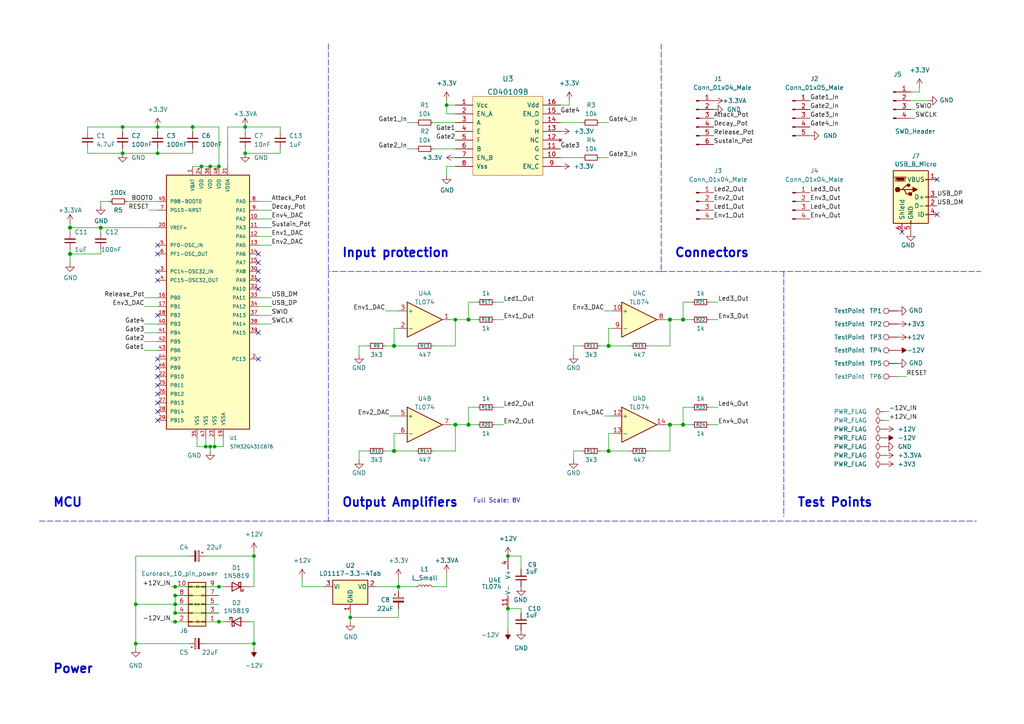
<source format=kicad_sch>
(kicad_sch (version 20211123) (generator eeschema)
  (paper "A4")
  (title_block (title "QuadEnv") (date "2023-03-09") (rev "1.0") (company "Mountjoy Modular"))
  (junction (at 20.32 66.04) (diameter 1.016))
  (junction (at 147.32 161.29))
  (junction (at 135.89 123.19) (diameter 1.016))
  (junction (at 35.56 36.83))
  (junction (at 55.88 36.83))
  (junction (at 71.12 44.45))
  (junction (at 135.89 92.71) (diameter 1.016))
  (junction (at 62.23 129.54))
  (junction (at 50.8 177.8))
  (junction (at 63.5 170.18))
  (junction (at 58.42 48.26))
  (junction (at 115.57 170.18))
  (junction (at 50.8 180.34))
  (junction (at 50.8 170.18))
  (junction (at 59.69 129.54))
  (junction (at 29.21 66.04) (diameter 1.016))
  (junction (at 39.37 186.69))
  (junction (at 132.08 92.71) (diameter 0.9144))
  (junction (at 60.96 129.54))
  (junction (at 45.72 44.45))
  (junction (at 60.96 48.26))
  (junction (at 50.8 175.26))
  (junction (at 35.56 44.45))
  (junction (at 73.66 161.29))
  (junction (at 71.12 36.83))
  (junction (at 39.37 175.26))
  (junction (at 50.8 172.72))
  (junction (at 176.53 130.81) (diameter 1.016))
  (junction (at 132.08 123.19) (diameter 1.016))
  (junction (at 194.31 123.19) (diameter 1.016))
  (junction (at 129.54 30.48))
  (junction (at 63.5 48.26))
  (junction (at 45.72 36.83))
  (junction (at 101.6 179.07))
  (junction (at 176.53 100.33) (diameter 1.016))
  (junction (at 20.32 73.66) (diameter 1.016))
  (junction (at 73.66 186.69))
  (junction (at 147.32 176.53))
  (junction (at 194.31 92.71) (diameter 1.016))
  (junction (at 114.3 100.33) (diameter 1.016))
  (junction (at 198.12 92.71) (diameter 1.016))
  (junction (at 63.5 180.34))
  (junction (at 114.3 130.81) (diameter 1.016))
  (junction (at 198.12 123.19) (diameter 1.016))
  (no_connect (at 45.72 73.66))
  (no_connect (at 45.72 91.44))
  (no_connect (at 45.72 81.28))
  (no_connect (at 74.93 104.14))
  (no_connect (at 74.93 81.28))
  (no_connect (at 45.72 104.14))
  (no_connect (at 45.72 109.22))
  (no_connect (at 74.93 78.74))
  (no_connect (at 45.72 114.3))
  (no_connect (at 74.93 73.66))
  (no_connect (at 45.72 71.12))
  (no_connect (at 45.72 116.84))
  (no_connect (at 45.72 106.68))
  (no_connect (at 271.78 52.07))
  (no_connect (at 45.72 111.76))
  (no_connect (at 271.78 62.23))
  (no_connect (at 74.93 76.2))
  (no_connect (at 45.72 119.38))
  (no_connect (at 74.93 83.82))
  (no_connect (at 74.93 96.52))
  (no_connect (at 45.72 78.74))
  (no_connect (at 261.62 67.31))
  (no_connect (at 45.72 121.92))
  (wire (pts (xy 198.12 118.11) (xy 198.12 123.19)))
  (wire (pts (xy 20.32 64.77) (xy 20.32 66.04)))
  (wire (pts (xy 165.1 30.48) (xy 162.56 30.48)))
  (wire (pts (xy 187.96 100.33) (xy 194.31 100.33)))
  (wire (pts (xy 74.93 63.5) (xy 78.74 63.5)))
  (wire (pts (xy 74.93 58.42) (xy 78.74 58.42)))
  (wire (pts (xy 177.8 90.17) (xy 175.26 90.17)))
  (wire (pts (xy 168.91 45.72) (xy 162.56 45.72)))
  (wire (pts (xy 29.21 58.42) (xy 31.75 58.42)))
  (wire (pts (xy 198.12 118.11) (xy 200.66 118.11)))
  (wire (pts (xy 198.12 123.19) (xy 200.66 123.19)))
  (wire (pts (xy 20.32 73.66) (xy 20.32 76.2)))
  (wire (pts (xy 143.51 118.11) (xy 146.05 118.11)))
  (wire (pts (xy 60.96 48.26) (xy 63.5 48.26)))
  (wire (pts (xy 25.4 36.83) (xy 35.56 36.83)))
  (wire (pts (xy 60.96 129.54) (xy 60.96 130.81)))
  (wire (pts (xy 125.73 35.56) (xy 132.08 35.56)))
  (wire (pts (xy 260.35 109.22) (xy 262.89 109.22)))
  (wire (pts (xy 118.11 43.18) (xy 120.65 43.18)))
  (wire (pts (xy 168.91 35.56) (xy 162.56 35.56)))
  (wire (pts (xy 193.04 92.71) (xy 194.31 92.71)))
  (wire (pts (xy 114.3 95.25) (xy 115.57 95.25)))
  (wire (pts (xy 205.74 118.11) (xy 208.28 118.11)))
  (wire (pts (xy 36.83 58.42) (xy 45.72 58.42)))
  (wire (pts (xy 63.5 48.26) (xy 63.5 36.83)))
  (wire (pts (xy 130.81 123.19) (xy 132.08 123.19)))
  (wire (pts (xy 35.56 36.83) (xy 35.56 38.1)))
  (wire (pts (xy 135.89 87.63) (xy 138.43 87.63)))
  (wire (pts (xy 57.15 127) (xy 57.15 129.54)))
  (wire (pts (xy 74.93 91.44) (xy 78.74 91.44)))
  (wire (pts (xy 132.08 33.02) (xy 129.54 33.02)))
  (polyline (pts (xy 95.25 151.13) (xy 283.21 151.13)))
  (wire (pts (xy 74.93 68.58) (xy 78.74 68.58)))
  (wire (pts (xy 39.37 187.96) (xy 39.37 186.69)))
  (wire (pts (xy 104.14 100.33) (xy 104.14 102.87)))
  (wire (pts (xy 55.88 43.18) (xy 55.88 44.45)))
  (wire (pts (xy 173.99 100.33) (xy 176.53 100.33)))
  (wire (pts (xy 25.4 43.18) (xy 25.4 44.45)))
  (wire (pts (xy 104.14 130.81) (xy 104.14 133.35)))
  (wire (pts (xy 135.89 118.11) (xy 135.89 123.19)))
  (wire (pts (xy 115.57 176.53) (xy 115.57 179.07)))
  (wire (pts (xy 63.5 172.72) (xy 50.8 172.72)))
  (wire (pts (xy 132.08 92.71) (xy 135.89 92.71)))
  (wire (pts (xy 71.12 43.18) (xy 71.12 44.45)))
  (wire (pts (xy 25.4 38.1) (xy 25.4 36.83)))
  (wire (pts (xy 173.99 130.81) (xy 176.53 130.81)))
  (wire (pts (xy 73.66 180.34) (xy 73.66 186.69)))
  (wire (pts (xy 129.54 50.8) (xy 129.54 48.26)))
  (wire (pts (xy 72.39 180.34) (xy 73.66 180.34)))
  (wire (pts (xy 50.8 175.26) (xy 50.8 177.8)))
  (wire (pts (xy 135.89 87.63) (xy 135.89 92.71)))
  (wire (pts (xy 166.37 130.81) (xy 166.37 133.35)))
  (wire (pts (xy 81.28 43.18) (xy 81.28 44.45)))
  (wire (pts (xy 87.63 167.64) (xy 87.63 170.18)))
  (wire (pts (xy 20.32 72.39) (xy 20.32 73.66)))
  (wire (pts (xy 71.12 38.1) (xy 71.12 36.83)))
  (wire (pts (xy 81.28 38.1) (xy 81.28 36.83)))
  (wire (pts (xy 205.74 123.19) (xy 208.28 123.19)))
  (wire (pts (xy 129.54 29.21) (xy 129.54 30.48)))
  (wire (pts (xy 63.5 177.8) (xy 50.8 177.8)))
  (wire (pts (xy 135.89 123.19) (xy 138.43 123.19)))
  (wire (pts (xy 176.53 130.81) (xy 176.53 125.73)))
  (wire (pts (xy 73.66 160.02) (xy 73.66 161.29)))
  (wire (pts (xy 39.37 175.26) (xy 39.37 186.69)))
  (wire (pts (xy 264.16 29.21) (xy 269.24 29.21)))
  (wire (pts (xy 193.04 123.19) (xy 194.31 123.19)))
  (wire (pts (xy 114.3 130.81) (xy 120.65 130.81)))
  (wire (pts (xy 151.13 176.53) (xy 147.32 176.53)))
  (wire (pts (xy 35.56 44.45) (xy 45.72 44.45)))
  (wire (pts (xy 205.74 92.71) (xy 208.28 92.71)))
  (wire (pts (xy 45.72 36.83) (xy 45.72 38.1)))
  (wire (pts (xy 129.54 30.48) (xy 132.08 30.48)))
  (wire (pts (xy 101.6 179.07) (xy 101.6 180.34)))
  (wire (pts (xy 176.53 125.73) (xy 177.8 125.73)))
  (wire (pts (xy 39.37 175.26) (xy 50.8 175.26)))
  (wire (pts (xy 176.53 35.56) (xy 173.99 35.56)))
  (wire (pts (xy 114.3 100.33) (xy 114.3 95.25)))
  (wire (pts (xy 147.32 176.53) (xy 147.32 182.88)))
  (wire (pts (xy 41.91 93.98) (xy 45.72 93.98)))
  (wire (pts (xy 73.66 170.18) (xy 73.66 161.29)))
  (wire (pts (xy 176.53 100.33) (xy 182.88 100.33)))
  (wire (pts (xy 194.31 123.19) (xy 198.12 123.19)))
  (wire (pts (xy 29.21 66.04) (xy 29.21 67.31)))
  (wire (pts (xy 29.21 59.69) (xy 29.21 58.42)))
  (wire (pts (xy 129.54 33.02) (xy 129.54 30.48)))
  (wire (pts (xy 74.93 86.36) (xy 78.74 86.36)))
  (wire (pts (xy 264.16 31.75) (xy 265.43 31.75)))
  (wire (pts (xy 20.32 66.04) (xy 29.21 66.04)))
  (wire (pts (xy 45.72 44.45) (xy 55.88 44.45)))
  (wire (pts (xy 45.72 43.18) (xy 45.72 44.45)))
  (wire (pts (xy 151.13 161.29) (xy 151.13 165.1)))
  (wire (pts (xy 118.11 35.56) (xy 120.65 35.56)))
  (wire (pts (xy 74.93 71.12) (xy 78.74 71.12)))
  (wire (pts (xy 58.42 48.26) (xy 60.96 48.26)))
  (wire (pts (xy 132.08 130.81) (xy 132.08 123.19)))
  (wire (pts (xy 74.93 60.96) (xy 78.74 60.96)))
  (wire (pts (xy 114.3 130.81) (xy 114.3 125.73)))
  (wire (pts (xy 41.91 86.36) (xy 45.72 86.36)))
  (wire (pts (xy 264.16 26.67) (xy 266.7 26.67)))
  (wire (pts (xy 35.56 43.18) (xy 35.56 44.45)))
  (wire (pts (xy 143.51 92.71) (xy 146.05 92.71)))
  (wire (pts (xy 104.14 100.33) (xy 106.68 100.33)))
  (wire (pts (xy 111.76 100.33) (xy 114.3 100.33)))
  (wire (pts (xy 41.91 99.06) (xy 45.72 99.06)))
  (wire (pts (xy 265.43 34.29) (xy 264.16 34.29)))
  (wire (pts (xy 62.23 129.54) (xy 64.77 129.54)))
  (wire (pts (xy 132.08 100.33) (xy 132.08 92.71)))
  (wire (pts (xy 66.04 48.26) (xy 66.04 36.83)))
  (wire (pts (xy 29.21 66.04) (xy 45.72 66.04)))
  (wire (pts (xy 130.81 92.71) (xy 132.08 92.71)))
  (polyline (pts (xy 11.43 151.13) (xy 95.25 151.13)))
  (wire (pts (xy 109.22 170.18) (xy 115.57 170.18)))
  (wire (pts (xy 198.12 87.63) (xy 200.66 87.63)))
  (wire (pts (xy 66.04 36.83) (xy 71.12 36.83)))
  (wire (pts (xy 25.4 44.45) (xy 35.56 44.45)))
  (wire (pts (xy 45.72 88.9) (xy 41.91 88.9)))
  (wire (pts (xy 41.91 96.52) (xy 45.72 96.52)))
  (wire (pts (xy 132.08 123.19) (xy 135.89 123.19)))
  (wire (pts (xy 63.5 180.34) (xy 64.77 180.34)))
  (wire (pts (xy 59.69 127) (xy 59.69 129.54)))
  (wire (pts (xy 143.51 123.19) (xy 146.05 123.19)))
  (wire (pts (xy 49.53 180.34) (xy 50.8 180.34)))
  (wire (pts (xy 198.12 87.63) (xy 198.12 92.71)))
  (wire (pts (xy 50.8 180.34) (xy 63.5 180.34)))
  (polyline (pts (xy 191.77 12.7) (xy 191.77 78.74)))
  (wire (pts (xy 50.8 170.18) (xy 63.5 170.18)))
  (wire (pts (xy 57.15 129.54) (xy 59.69 129.54)))
  (wire (pts (xy 55.88 36.83) (xy 63.5 36.83)))
  (wire (pts (xy 71.12 36.83) (xy 81.28 36.83)))
  (wire (pts (xy 177.8 120.65) (xy 175.26 120.65)))
  (wire (pts (xy 49.53 170.18) (xy 50.8 170.18)))
  (wire (pts (xy 194.31 100.33) (xy 194.31 92.71)))
  (wire (pts (xy 115.57 170.18) (xy 120.65 170.18)))
  (wire (pts (xy 111.76 130.81) (xy 114.3 130.81)))
  (wire (pts (xy 62.23 127) (xy 62.23 129.54)))
  (wire (pts (xy 176.53 95.25) (xy 177.8 95.25)))
  (wire (pts (xy 20.32 73.66) (xy 29.21 73.66)))
  (wire (pts (xy 39.37 161.29) (xy 39.37 175.26)))
  (wire (pts (xy 63.5 170.18) (xy 64.77 170.18)))
  (wire (pts (xy 59.69 186.69) (xy 73.66 186.69)))
  (wire (pts (xy 87.63 170.18) (xy 93.98 170.18)))
  (wire (pts (xy 39.37 161.29) (xy 54.61 161.29)))
  (wire (pts (xy 101.6 177.8) (xy 101.6 179.07)))
  (wire (pts (xy 111.76 90.17) (xy 115.57 90.17)))
  (wire (pts (xy 101.6 179.07) (xy 115.57 179.07)))
  (wire (pts (xy 115.57 120.65) (xy 113.03 120.65)))
  (wire (pts (xy 104.14 130.81) (xy 106.68 130.81)))
  (polyline (pts (xy 227.33 78.74) (xy 227.33 149.86)))
  (wire (pts (xy 125.73 130.81) (xy 132.08 130.81)))
  (wire (pts (xy 176.53 100.33) (xy 176.53 95.25)))
  (wire (pts (xy 135.89 92.71) (xy 138.43 92.71)))
  (polyline (pts (xy 191.77 78.74) (xy 95.25 78.74)))
  (wire (pts (xy 151.13 176.53) (xy 151.13 177.8)))
  (wire (pts (xy 50.8 175.26) (xy 63.5 175.26)))
  (wire (pts (xy 129.54 170.18) (xy 129.54 166.37)))
  (wire (pts (xy 125.73 170.18) (xy 129.54 170.18)))
  (wire (pts (xy 50.8 172.72) (xy 50.8 175.26)))
  (wire (pts (xy 115.57 171.45) (xy 115.57 170.18)))
  (wire (pts (xy 147.32 161.29) (xy 151.13 161.29)))
  (wire (pts (xy 198.12 92.71) (xy 200.66 92.71)))
  (wire (pts (xy 187.96 130.81) (xy 194.31 130.81)))
  (wire (pts (xy 194.31 92.71) (xy 198.12 92.71)))
  (wire (pts (xy 166.37 130.81) (xy 168.91 130.81)))
  (wire (pts (xy 165.1 29.21) (xy 165.1 30.48)))
  (polyline (pts (xy 95.25 12.7) (xy 95.25 151.13)))
  (wire (pts (xy 143.51 87.63) (xy 146.05 87.63)))
  (wire (pts (xy 166.37 100.33) (xy 166.37 102.87)))
  (wire (pts (xy 45.72 36.83) (xy 55.88 36.83)))
  (wire (pts (xy 176.53 45.72) (xy 173.99 45.72)))
  (wire (pts (xy 166.37 100.33) (xy 168.91 100.33)))
  (wire (pts (xy 266.7 26.67) (xy 266.7 25.4)))
  (wire (pts (xy 29.21 72.39) (xy 29.21 73.66)))
  (wire (pts (xy 41.91 101.6) (xy 45.72 101.6)))
  (wire (pts (xy 205.74 87.63) (xy 208.28 87.63)))
  (wire (pts (xy 55.88 48.26) (xy 58.42 48.26)))
  (wire (pts (xy 35.56 36.83) (xy 45.72 36.83)))
  (wire (pts (xy 64.77 127) (xy 64.77 129.54)))
  (wire (pts (xy 59.69 161.29) (xy 73.66 161.29)))
  (wire (pts (xy 176.53 130.81) (xy 182.88 130.81)))
  (wire (pts (xy 74.93 66.04) (xy 78.74 66.04)))
  (wire (pts (xy 257.81 121.92) (xy 256.54 121.92)))
  (wire (pts (xy 72.39 170.18) (xy 73.66 170.18)))
  (wire (pts (xy 194.31 130.81) (xy 194.31 123.19)))
  (wire (pts (xy 129.54 48.26) (xy 132.08 48.26)))
  (wire (pts (xy 60.96 129.54) (xy 62.23 129.54)))
  (wire (pts (xy 74.93 88.9) (xy 78.74 88.9)))
  (wire (pts (xy 71.12 44.45) (xy 81.28 44.45)))
  (wire (pts (xy 59.69 129.54) (xy 60.96 129.54)))
  (wire (pts (xy 257.81 119.38) (xy 256.54 119.38)))
  (wire (pts (xy 73.66 186.69) (xy 73.66 187.96)))
  (wire (pts (xy 114.3 125.73) (xy 115.57 125.73)))
  (wire (pts (xy 125.73 43.18) (xy 132.08 43.18)))
  (polyline (pts (xy 191.77 78.74) (xy 284.48 78.74)))
  (wire (pts (xy 114.3 100.33) (xy 120.65 100.33)))
  (wire (pts (xy 74.93 93.98) (xy 78.74 93.98)))
  (wire (pts (xy 39.37 186.69) (xy 54.61 186.69)))
  (wire (pts (xy 125.73 100.33) (xy 132.08 100.33)))
  (wire (pts (xy 20.32 67.31) (xy 20.32 66.04)))
  (wire (pts (xy 43.18 60.96) (xy 45.72 60.96)))
  (wire (pts (xy 55.88 36.83) (xy 55.88 38.1)))
  (wire (pts (xy 135.89 118.11) (xy 138.43 118.11)))
  (wire (pts (xy 115.57 167.64) (xy 115.57 170.18)))
  (text "Full Scale: 8V" (at 137.16 146.05 0) (effects (font (size 1.27 1.27)) (justify left bottom)))
  (text "Output Amplifiers" (at 99.06 147.32 0) (effects (font (size 2.54 2.54) (thickness 0.508) bold) (justify left bottom)))
  (text "MCU" (at 15.24 147.32 0) (effects (font (size 2.54 2.54) (thickness 0.508) bold) (justify left bottom)))
  (text "Power" (at 15.24 195.58 0) (effects (font (size 2.54 2.54) (thickness 0.508) bold) (justify left bottom)))
  (text "Test Points" (at 231.14 147.32 0) (effects (font (size 2.54 2.54) (thickness 0.508) bold) (justify left bottom)))
  (text "Connectors" (at 195.58 74.93 0) (effects (font (size 2.54 2.54) (thickness 0.508) bold) (justify left bottom)))
  (text "Input protection" (at 99.06 74.93 0) (effects (font (size 2.54 2.54) (thickness 0.508) bold) (justify left bottom)))
  (label "Gate2" (at 132.08 40.64 180))
  (label "Led2_Out" (at 207.01 55.88 0))
  (label "-12V_IN" (at 49.53 180.34 180))
  (label "SWCLK" (at 265.43 34.29 0))
  (label "Env3_Out" (at 208.28 92.71 0))
  (label "Env3_DAC" (at 175.26 90.17 180))
  (label "Env2_Out" (at 207.01 58.42 0))
  (label "Gate2_In" (at 118.11 43.18 180))
  (label "RESET" (at 262.89 109.22 0))
  (label "Led3_Out" (at 208.28 87.63 0))
  (label "Gate2_In" (at 234.95 31.75 0))
  (label "RESET" (at 43.18 60.96 180))
  (label "Attack_Pot" (at 78.74 58.42 0))
  (label "Env1_DAC" (at 111.76 90.17 180))
  (label "Decay_Pot" (at 78.74 60.96 0))
  (label "SWCLK" (at 78.74 93.98 0))
  (label "Decay_Pot" (at 207.01 36.83 0))
  (label "Led4_Out" (at 234.95 60.96 0))
  (label "Gate1_In" (at 234.95 29.21 0))
  (label "Env1_DAC" (at 78.74 68.58 0))
  (label "Env2_DAC" (at 113.03 120.65 180))
  (label "Led3_Out" (at 234.95 55.88 0))
  (label "USB_DP" (at 78.74 88.9 0))
  (label "Led2_Out" (at 146.05 118.11 0))
  (label "USB_DM" (at 78.74 86.36 0))
  (label "Gate1" (at 41.91 101.6 180))
  (label "Led1_Out" (at 146.05 87.63 0))
  (label "Attack_Pot" (at 207.01 34.29 0))
  (label "Release_Pot" (at 207.01 39.37 0))
  (label "-12V_IN" (at 257.81 119.38 0))
  (label "Env1_Out" (at 207.01 63.5 0))
  (label "Sustain_Pot" (at 78.74 66.04 0))
  (label "Env2_Out" (at 146.05 123.19 0))
  (label "Gate1_In" (at 118.11 35.56 180))
  (label "Gate3" (at 41.91 96.52 180))
  (label "USB_DM" (at 271.78 59.69 0))
  (label "Gate2" (at 41.91 99.06 180))
  (label "Release_Pot" (at 41.91 86.36 180))
  (label "Gate4_In" (at 234.95 36.83 0))
  (label "Gate3_In" (at 176.53 45.72 0))
  (label "SWIO" (at 78.74 91.44 0))
  (label "Led4_Out" (at 208.28 118.11 0))
  (label "Gate4_In" (at 176.53 35.56 0))
  (label "Env4_Out" (at 234.95 63.5 0))
  (label "USB_DP" (at 271.78 57.15 0))
  (label "Env3_DAC" (at 41.91 88.9 180))
  (label "Env1_Out" (at 146.05 92.71 0))
  (label "Gate4" (at 162.56 33.02 0))
  (label "Env4_Out" (at 208.28 123.19 0))
  (label "Led1_Out" (at 207.01 60.96 0))
  (label "SWIO" (at 265.43 31.75 0))
  (label "Gate3_In" (at 234.95 34.29 0))
  (label "BOOT0" (at 38.1 58.42 0))
  (label "Env2_DAC" (at 78.74 71.12 0))
  (label "+12V_IN" (at 257.81 121.92 0))
  (label "Env3_Out" (at 234.95 58.42 0))
  (label "Gate1" (at 132.08 38.1 180))
  (label "+12V_IN" (at 49.53 170.18 180))
  (label "Env4_DAC" (at 78.74 63.5 0))
  (label "Gate4" (at 41.91 93.98 180))
  (label "Gate3" (at 162.56 43.18 0))
  (label "Sustain_Pot" (at 207.01 41.91 0))
  (label "Env4_DAC" (at 175.26 120.65 180))
  (symbol (lib_id "Amplifier_Operational:TL074") (at 185.42 123.19 0) (unit 4)
    (property "Reference" "U4" (at 185.42 115.57 0))
    (property "Value" "TL074" (at 185.42 118.11 0))
    (property "Footprint" "Package_SO:SOIC-14_3.9x8.7mm_P1.27mm" (effects hide))
    (property "Datasheet" "http://www.ti.com/lit/ds/symlink/tl071.pdf" (effects hide))
  )
  (symbol (lib_id "Device:C_Small") (at 25.4 40.64 0) (unit 1)
    (property "Reference" "C1" (at 27.94 39.3762 0) (effects (justify left)))
    (property "Value" "4.7uF" (at 27.94 41.9162 0) (effects (justify left)))
    (property "Footprint" "Capacitor_SMD:C_0603_1608Metric" (effects hide))
  )
  (symbol (lib_id "Amplifier_Operational:TL074") (at 123.19 92.71 0) (unit 1)
    (property "Reference" "U4" (at 123.19 85.09 0))
    (property "Value" "TL074" (at 123.19 87.63 0))
    (property "Footprint" "Package_SO:SOIC-14_3.9x8.7mm_P1.27mm" (effects hide))
    (property "Datasheet" "http://www.ti.com/lit/ds/symlink/tl071.pdf" (effects hide))
  )
  (symbol (lib_id "power:GND") (at 71.12 44.45 0) (unit 1)
    (property "Reference" "#PWR014" (effects hide))
    (property "Value" "GND" (at 73.66 45.7199 0) (effects (justify left)))
  )
  (symbol (lib_id "Device:C_Small") (at 151.13 180.34 180) (unit 1)
    (property "Reference" "C10" (at 153.035 176.53 0) (effects (justify right)))
    (property "Value" "1uF" (at 152.4 178.435 0) (effects (justify right)))
    (property "Footprint" "Capacitor_SMD:C_0603_1608Metric" (effects hide))
  )
  (symbol (lib_id "Device:R_Small") (at 34.29 58.42 90) (unit 1)
    (property "Reference" "R5" (at 34.29 60.96 90))
    (property "Value" "100k" (at 34.29 55.88 90))
    (property "Footprint" "Resistor_SMD:R_0603_1608Metric" (effects hide))
    (property "Part_Number" "C25803" (effects hide))
  )
  (symbol (lib_id "Device:C_Small") (at 151.13 167.64 180) (unit 1)
    (property "Reference" "C9" (at 153.035 163.83 0) (effects (justify right)))
    (property "Value" "1uF" (at 152.4 165.735 0) (effects (justify right)))
    (property "Footprint" "Capacitor_SMD:C_0603_1608Metric" (effects hide))
  )
  (symbol (lib_id "Device:R_Small") (at 123.19 130.81 270) (mirror x) (unit 1)
    (property "Reference" "R14" (at 123.19 130.81 90) (effects (font (size 0.9 0.9))))
    (property "Value" "4k7" (at 123.19 133.35 90))
    (property "Footprint" "Resistor_SMD:R_0603_1608Metric" (effects hide))
    (property "Part_Number" "C23162" (effects hide))
  )
  (symbol (lib_id "Device:R_Small") (at 203.2 123.19 90) (unit 1)
    (property "Reference" "R24" (at 203.2 123.19 90) (effects (font (size 0.9 0.9))))
    (property "Value" "1k" (at 203.2 125.73 90))
    (property "Footprint" "Resistor_SMD:R_0603_1608Metric" (effects hide))
    (property "Part_Number" "C21190" (effects hide))
  )
  (symbol (lib_id "Device:C_Polarized_Small") (at 57.15 161.29 270) (unit 1)
    (property "Reference" "C4" (at 53.34 158.75 90))
    (property "Value" "22uF" (at 62.23 158.75 90))
    (property "Footprint" "Capacitor_SMD:CP_Elec_4x5.8" (effects hide))
    (property "Part_Number" "C134798" (effects hide))
    (property "Rotation" "360" (effects hide))
  )
  (symbol (lib_id "Device:C_Small") (at 71.12 40.64 0) (unit 1)
    (property "Reference" "C7" (at 73.66 39.3762 0) (effects (justify left)))
    (property "Value" "10nF" (at 73.66 41.9162 0) (effects (justify left)))
    (property "Footprint" "Capacitor_SMD:C_0603_1608Metric" (effects hide))
  )
  (symbol (lib_id "Device:C_Small") (at 35.56 40.64 0) (unit 1)
    (property "Reference" "C2" (at 38.1 39.3762 0) (effects (justify left)))
    (property "Value" "100nF" (at 38.1 41.9162 0) (effects (justify left)))
    (property "Footprint" "Capacitor_SMD:C_0603_1608Metric" (effects hide))
  )
  (symbol (lib_id "Device:C_Small") (at 20.32 69.85 180) (unit 1)
    (property "Reference" "C11" (at 21.59 67.3099 0) (effects (justify right)))
    (property "Value" "1uF" (at 21.59 72.3899 0) (effects (justify right)))
    (property "Footprint" "Capacitor_SMD:C_0603_1608Metric" (effects hide))
    (property "Part_Number" "C15849" (effects hide))
  )
  (symbol (lib_id "Connector:Conn_01x04_Male") (at 201.93 58.42 0) (unit 1)
    (property "Reference" "J3" (at 208.28 49.53 0))
    (property "Value" "Conn_01x04_Male" (at 208.28 52.07 0))
    (property "Footprint" "Connector_PinSocket_2.54mm:PinSocket_1x04_P2.54mm_Vertical" (effects hide))
  )
  (symbol (lib_id "Device:R_Small") (at 109.22 130.81 270) (unit 1)
    (property "Reference" "R10" (at 109.22 130.81 90) (effects (font (size 0.9 0.9))))
    (property "Value" "3k3" (at 109.22 133.35 90))
    (property "Footprint" "Resistor_SMD:R_0603_1608Metric" (effects hide))
    (property "Part_Number" "C22978" (effects hide))
  )
  (symbol (lib_id "power:+3.3VA") (at 20.32 64.77 0) (unit 1)
    (property "Reference" "#PWR023" (effects hide))
    (property "Value" "+3.3VA" (at 20.32 60.96 0))
  )
  (symbol (lib_id "power:GND") (at 151.13 170.18 0) (unit 1)
    (property "Reference" "#PWR031" (effects hide))
    (property "Value" "GND" (at 153.035 173.99 0) (effects (justify right)))
  )
  (symbol (lib_id "power:PWR_FLAG") (at 256.54 127 90) (mirror x) (unit 1)
    (property "Reference" "#FLG04" (effects hide))
    (property "Value" "PWR_FLAG" (at 251.46 126.9999 90) (effects (justify left)))
  )
  (symbol (lib_id "Device:R_Small") (at 123.19 35.56 90) (unit 1)
    (property "Reference" "R1" (at 123.19 30.48 90))
    (property "Value" "10k" (at 123.19 33.02 90))
    (property "Footprint" "Resistor_SMD:R_0603_1608Metric" (effects hide))
    (property "Part_Number" "C23162" (effects hide))
  )
  (symbol (lib_id "Connector:TestPoint") (at 260.35 109.22 90) (unit 1)
    (property "Reference" "TP6" (at 254 109.22 90))
    (property "Value" "TestPoint" (at 246.38 109.22 90))
    (property "Footprint" "Custom_Footprints:1mm_Test_Point" (effects hide))
  )
  (symbol (lib_id "Device:R_Small") (at 203.2 92.71 90) (unit 1)
    (property "Reference" "R22" (at 203.2 92.71 90) (effects (font (size 0.9 0.9))))
    (property "Value" "1k" (at 203.2 95.25 90))
    (property "Footprint" "Resistor_SMD:R_0603_1608Metric" (effects hide))
    (property "Part_Number" "C21190" (effects hide))
  )
  (symbol (lib_id "Device:R_Small") (at 171.45 45.72 90) (unit 1)
    (property "Reference" "R4" (at 171.45 40.64 90))
    (property "Value" "10k" (at 171.45 43.18 90))
    (property "Footprint" "Resistor_SMD:R_0603_1608Metric" (effects hide))
    (property "Part_Number" "C23162" (effects hide))
  )
  (symbol (lib_id "power:GND") (at 129.54 50.8 0) (unit 1)
    (property "Reference" "#PWR019" (effects hide))
    (property "Value" "GND" (at 129.667 55.1942 0))
  )
  (symbol (lib_id "Device:R_Small") (at 171.45 100.33 270) (unit 1)
    (property "Reference" "R11" (at 171.45 100.33 90) (effects (font (size 0.9 0.9))))
    (property "Value" "3k3" (at 171.45 102.87 90))
    (property "Footprint" "Resistor_SMD:R_0603_1608Metric" (effects hide))
    (property "Part_Number" "C22978" (effects hide))
  )
  (symbol (lib_id "Device:C_Polarized_Small") (at 115.57 173.99 0) (unit 1)
    (property "Reference" "C8" (at 111.76 173.99 0))
    (property "Value" "22uF" (at 111.76 176.53 0))
    (property "Footprint" "Capacitor_SMD:CP_Elec_4x5.8" (effects hide))
    (property "Part_Number" "C134793" (effects hide))
    (property "Rotation" "180" (effects hide))
  )
  (symbol (lib_id "power:+12V") (at 256.54 124.46 270) (unit 1)
    (property "Reference" "#PWR041" (effects hide))
    (property "Value" "+12V" (at 260.35 124.4599 90) (effects (justify left)))
  )
  (symbol (lib_id "STM32:STM32G431C6T6") (at 60.96 83.82 0) (unit 1)
    (property "Reference" "U1" (at 66.6497 127 0) (effects (font (size 1.016 1.016)) (justify left)))
    (property "Value" "STM32G431C6T6" (at 66.6497 129.54 0) (effects (font (size 1.016 1.016)) (justify left)))
    (property "Footprint" "Package_QFP:LQFP-48_7x7mm_P0.5mm" (effects hide))
    (property "MANUFACTURER" "STMicroelectronics" (effects hide))
    (property "MAXIMUM_PACKAGE_HEIGHT" "0.60mm" (effects hide))
    (property "PARTREV" "4" (effects hide))
    (property "STANDARD" "IPC 7351B" (effects hide))
  )
  (symbol (lib_id "power:+3.3VA") (at 71.12 36.83 0) (unit 1)
    (property "Reference" "#PWR0101" (effects hide))
    (property "Value" "+3.3VA" (at 71.12 33.02 0))
  )
  (symbol (lib_id "power:GND") (at 104.14 133.35 0) (mirror y) (unit 1)
    (property "Reference" "#PWR038" (effects hide))
    (property "Value" "GND" (at 104.14 137.16 0))
  )
  (symbol (lib_id "Device:R_Small") (at 171.45 35.56 90) (unit 1)
    (property "Reference" "R3" (at 171.45 30.48 90))
    (property "Value" "10k" (at 171.45 33.02 90))
    (property "Footprint" "Resistor_SMD:R_0603_1608Metric" (effects hide))
    (property "Part_Number" "C23162" (effects hide))
  )
  (symbol (lib_name "+3.3V_1") (lib_id "power:+3.3V") (at 165.1 29.21 0) (unit 1)
    (property "Reference" "#PWR0109" (effects hide))
    (property "Value" "+3.3V" (at 165.1 24.13 0))
  )
  (symbol (lib_id "Device:R_Small") (at 203.2 118.11 90) (unit 1)
    (property "Reference" "R23" (at 203.2 118.11 90) (effects (font (size 0.9 0.9))))
    (property "Value" "1k" (at 203.2 115.57 90))
    (property "Footprint" "Resistor_SMD:R_0603_1608Metric" (effects hide))
    (property "Part_Number" "C21190" (effects hide))
  )
  (symbol (lib_name "+3.3V_1") (lib_id "power:+3.3V") (at 266.7 25.4 0) (unit 1)
    (property "Reference" "#PWR0104" (effects hide))
    (property "Value" "+3.3V" (at 266.7 20.32 0))
  )
  (symbol (lib_id "Device:R_Small") (at 140.97 118.11 90) (unit 1)
    (property "Reference" "R19" (at 140.97 118.11 90) (effects (font (size 0.9 0.9))))
    (property "Value" "1k" (at 140.97 115.57 90))
    (property "Footprint" "Resistor_SMD:R_0603_1608Metric" (effects hide))
    (property "Part_Number" "C21190" (effects hide))
  )
  (symbol (lib_id "Device:C_Small") (at 45.72 40.64 0) (unit 1)
    (property "Reference" "C3" (at 48.26 39.3762 0) (effects (justify left)))
    (property "Value" "100nF" (at 48.26 41.9162 0) (effects (justify left)))
    (property "Footprint" "Capacitor_SMD:C_0603_1608Metric" (effects hide))
  )
  (symbol (lib_id "Amplifier_Operational:TL074") (at 149.86 168.91 0) (unit 5)
    (property "Reference" "U4" (at 141.605 168.275 0) (effects (justify left)))
    (property "Value" "TL074" (at 139.7 170.18 0) (effects (justify left)))
    (property "Footprint" "Package_SO:SOIC-14_3.9x8.7mm_P1.27mm" (effects hide))
    (property "Datasheet" "http://www.ti.com/lit/ds/symlink/tl071.pdf" (effects hide))
  )
  (symbol (lib_id "power:-12V") (at 256.54 127 270) (mirror x) (unit 1)
    (property "Reference" "#PWR042" (effects hide))
    (property "Value" "-12V" (at 260.35 126.9999 90) (effects (justify left)))
  )
  (symbol (lib_name "+3.3V_1") (lib_id "power:+3.3V") (at 129.54 29.21 0) (unit 1)
    (property "Reference" "#PWR0107" (effects hide))
    (property "Value" "+3.3V" (at 129.54 24.13 0))
  )
  (symbol (lib_id "power:GND") (at 260.35 90.17 90) (unit 1)
    (property "Reference" "#PWR01" (effects hide))
    (property "Value" "GND" (at 263.6012 90.043 90) (effects (justify right)))
  )
  (symbol (lib_id "Connector:TestPoint") (at 260.35 93.98 90) (unit 1)
    (property "Reference" "TP2" (at 254 93.98 90))
    (property "Value" "TestPoint" (at 246.38 93.98 90))
    (property "Footprint" "Custom_Footprints:1mm_Test_Point" (effects hide))
  )
  (symbol (lib_id "power:GND") (at 101.6 180.34 0) (unit 1)
    (property "Reference" "#PWR016" (effects hide))
    (property "Value" "GND" (at 101.727 184.7342 0))
  )
  (symbol (lib_id "power:GND") (at 60.96 130.81 0) (unit 1)
    (property "Reference" "#PWR010" (effects hide))
    (property "Value" "GND" (at 58.42 132.0799 0) (effects (justify right)))
  )
  (symbol (lib_id "power:+12V") (at 260.35 97.79 270) (unit 1)
    (property "Reference" "#PWR013" (effects hide))
    (property "Value" "+12V" (at 262.89 97.79 90) (effects (justify left)))
  )
  (symbol (lib_id "power:-12V") (at 260.35 101.6 270) (unit 1)
    (property "Reference" "#PWR018" (effects hide))
    (property "Value" "-12V" (at 262.89 101.6 90) (effects (justify left)))
  )
  (symbol (lib_id "Device:C_Small") (at 29.21 69.85 180) (unit 1)
    (property "Reference" "C12" (at 30.48 67.3099 0) (effects (justify right)))
    (property "Value" "100nF" (at 29.21 72.3899 0) (effects (justify right)))
    (property "Footprint" "Capacitor_SMD:C_0603_1608Metric" (effects hide))
    (property "Part_Number" "C14663" (effects hide))
  )
  (symbol (lib_id "power:+12V") (at 147.32 161.29 0) (unit 1)
    (property "Reference" "#PWR029" (effects hide))
    (property "Value" "+12V" (at 147.32 156.21 0))
  )
  (symbol (lib_id "power:GND") (at 104.14 102.87 0) (unit 1)
    (property "Reference" "#PWR037" (effects hide))
    (property "Value" "GND" (at 104.14 106.68 0))
  )
  (symbol (lib_id "Device:L_Small") (at 123.19 170.18 90) (unit 1)
    (property "Reference" "L1" (at 123.19 165.1 90))
    (property "Value" "L_Small" (at 123.19 167.64 90))
    (property "Footprint" "Inductor_SMD:L_0805_2012Metric_Pad1.05x1.20mm_HandSolder" (effects hide))
    (property "Part_Number" "C1046" (effects hide))
  )
  (symbol (lib_id "power:+12V") (at 87.63 167.64 0) (unit 1)
    (property "Reference" "#PWR015" (effects hide))
    (property "Value" "+12V" (at 87.63 162.56 0))
  )
  (symbol (lib_id "Device:C_Polarized_Small") (at 57.15 186.69 90) (unit 1)
    (property "Reference" "C5" (at 53.34 189.23 90))
    (property "Value" "22uF" (at 60.96 189.23 90))
    (property "Footprint" "Capacitor_SMD:CP_Elec_4x5.8" (effects hide))
    (property "Part_Number" "C134793" (effects hide))
    (property "Rotation" "270" (effects hide))
  )
  (symbol (lib_id "Connector:Conn_01x06_Male") (at 201.93 34.29 0) (unit 1)
    (property "Reference" "J1" (at 208.28 22.86 0))
    (property "Value" "Conn_01x04_Male" (at 209.55 25.4 0))
    (property "Footprint" "Connector_PinSocket_2.54mm:PinSocket_1x06_P2.54mm_Vertical" (effects hide))
  )
  (symbol (lib_id "Device:R_Small") (at 140.97 123.19 90) (unit 1)
    (property "Reference" "R20" (at 140.97 123.19 90) (effects (font (size 0.9 0.9))))
    (property "Value" "1k" (at 140.97 125.73 90))
    (property "Footprint" "Resistor_SMD:R_0603_1608Metric" (effects hide))
    (property "Part_Number" "C21190" (effects hide))
  )
  (symbol (lib_id "Connector:USB_B_Micro") (at 264.16 57.15 0) (unit 1)
    (property "Reference" "J7" (at 265.6078 45.2882 0))
    (property "Value" "USB_B_Micro" (at 265.6078 47.5996 0))
    (property "Footprint" "Custom_Footprints:USB_Micro-B_Amphenol" (effects hide))
  )
  (symbol (lib_id "LD1117-3.3-4Tab:LD1117-3.3-4Tab") (at 101.6 170.18 0) (unit 1)
    (property "Reference" "U2" (at 101.6 164.0332 0))
    (property "Value" "LD1117-3.3-4Tab" (at 101.6 166.3446 0))
    (property "Footprint" "Package_TO_SOT_SMD:SOT-223-3_TabPin2" (effects hide))
    (property "Datasheet" "http://www.diodes.com/datasheets/AP1117.pdf" (effects hide))
  )
  (symbol (lib_id "power:GND") (at 207.01 31.75 90) (mirror x) (unit 1)
    (property "Reference" "#PWR02" (effects hide))
    (property "Value" "GND" (at 210.82 31.75 90) (effects (justify right)))
  )
  (symbol (lib_id "power:GND") (at 269.24 29.21 90) (unit 1)
    (property "Reference" "#PWR06" (effects hide))
    (property "Value" "GND" (at 272.4912 29.083 90) (effects (justify right)))
  )
  (symbol (lib_id "power:+3.3VA") (at 129.54 166.37 0) (unit 1)
    (property "Reference" "#PWR0103" (effects hide))
    (property "Value" "+3.3VA" (at 129.54 162.56 0))
  )
  (symbol (lib_id "Diode:1N5819") (at 68.58 170.18 180) (unit 1)
    (property "Reference" "D1" (at 68.58 164.6936 0))
    (property "Value" "1N5819" (at 68.58 167.005 0))
    (property "Footprint" "Diode_SMD:D_SOD-123" (effects hide))
    (property "Datasheet" "https://datasheet.lcsc.com/szlcsc/Changjiang-Electronics-Tech-CJ-B5819W_C8598.pdf" (effects hide))
    (property "Part_Number" "C8598" (effects hide))
  )
  (symbol (lib_id "power:GND") (at 151.13 182.88 0) (unit 1)
    (property "Reference" "#PWR032" (effects hide))
    (property "Value" "GND" (at 151.13 187.96 0))
  )
  (symbol (lib_id "Device:R_Small") (at 171.45 130.81 270) (unit 1)
    (property "Reference" "R12" (at 171.45 130.81 90) (effects (font (size 0.9 0.9))))
    (property "Value" "3k3" (at 171.45 133.35 90))
    (property "Footprint" "Resistor_SMD:R_0603_1608Metric" (effects hide))
    (property "Part_Number" "C22978" (effects hide))
  )
  (symbol (lib_id "power:GND") (at 166.37 133.35 0) (mirror y) (unit 1)
    (property "Reference" "#PWR040" (effects hide))
    (property "Value" "GND" (at 166.37 137.16 0))
  )
  (symbol (lib_id "power:-12V") (at 73.66 187.96 180) (unit 1)
    (property "Reference" "#PWR012" (effects hide))
    (property "Value" "-12V" (at 73.66 193.04 0))
  )
  (symbol (lib_id "power:+3.3VA") (at 256.54 132.08 270) (mirror x) (unit 1)
    (property "Reference" "#PWR0112" (effects hide))
    (property "Value" "+3.3VA" (at 260.35 132.0799 90) (effects (justify left)))
  )
  (symbol (lib_id "Device:R_Small") (at 185.42 130.81 270) (mirror x) (unit 1)
    (property "Reference" "R16" (at 185.42 130.81 90) (effects (font (size 0.9 0.9))))
    (property "Value" "4k7" (at 185.42 133.35 90))
    (property "Footprint" "Resistor_SMD:R_0603_1608Metric" (effects hide))
    (property "Part_Number" "C23162" (effects hide))
  )
  (symbol (lib_id "power:PWR_FLAG") (at 256.54 132.08 90) (mirror x) (unit 1)
    (property "Reference" "#FLG0101" (effects hide))
    (property "Value" "PWR_FLAG" (at 251.46 132.0799 90) (effects (justify left)))
  )
  (symbol (lib_id "Device:R_Small") (at 185.42 100.33 270) (mirror x) (unit 1)
    (property "Reference" "R15" (at 185.42 100.33 90) (effects (font (size 0.9 0.9))))
    (property "Value" "4k7" (at 185.42 102.87 90))
    (property "Footprint" "Resistor_SMD:R_0603_1608Metric" (effects hide))
    (property "Part_Number" "C23162" (effects hide))
  )
  (symbol (lib_id "power:PWR_FLAG") (at 256.54 121.92 90) (mirror x) (unit 1)
    (property "Reference" "#FLG02" (effects hide))
    (property "Value" "PWR_FLAG" (at 251.46 121.9199 90) (effects (justify left)))
  )
  (symbol (lib_id "Amplifier_Operational:TL074") (at 185.42 92.71 0) (unit 3)
    (property "Reference" "U4" (at 185.42 85.09 0))
    (property "Value" "TL074" (at 185.42 87.63 0))
    (property "Footprint" "Package_SO:SOIC-14_3.9x8.7mm_P1.27mm" (effects hide))
    (property "Datasheet" "http://www.ti.com/lit/ds/symlink/tl071.pdf" (effects hide))
  )
  (symbol (lib_id "Connector:TestPoint") (at 260.35 101.6 90) (unit 1)
    (property "Reference" "TP4" (at 254 101.6 90))
    (property "Value" "TestPoint" (at 246.38 101.6 90))
    (property "Footprint" "Custom_Footprints:1mm_Test_Point" (effects hide))
  )
  (symbol (lib_id "power:GND") (at 39.37 187.96 0) (unit 1)
    (property "Reference" "#PWR07" (effects hide))
    (property "Value" "GND" (at 39.37 193.04 0))
  )
  (symbol (lib_id "power:+3.3VA") (at 207.01 29.21 270) (unit 1)
    (property "Reference" "#PWR0102" (effects hide))
    (property "Value" "+3.3VA" (at 209.55 29.21 90) (effects (justify left)))
  )
  (symbol (lib_id "power:+12V") (at 73.66 160.02 0) (unit 1)
    (property "Reference" "#PWR011" (effects hide))
    (property "Value" "+12V" (at 73.66 154.94 0))
  )
  (symbol (lib_id "Connector:TestPoint") (at 260.35 105.41 90) (unit 1)
    (property "Reference" "TP5" (at 254 105.41 90))
    (property "Value" "TestPoint" (at 246.38 105.41 90))
    (property "Footprint" "Custom_Footprints:1mm_Test_Point" (effects hide))
  )
  (symbol (lib_id "Diode:1N5819") (at 68.58 180.34 0) (unit 1)
    (property "Reference" "D2" (at 68.58 174.8536 0))
    (property "Value" "1N5819" (at 68.58 177.165 0))
    (property "Footprint" "Diode_SMD:D_SOD-123" (effects hide))
    (property "Datasheet" "https://datasheet.lcsc.com/szlcsc/Changjiang-Electronics-Tech-CJ-B5819W_C8598.pdf" (effects hide))
    (property "Part_Number" "C8598" (effects hide))
  )
  (symbol (lib_id "Device:R_Small") (at 123.19 100.33 270) (mirror x) (unit 1)
    (property "Reference" "R13" (at 123.19 100.33 90) (effects (font (size 0.9 0.9))))
    (property "Value" "4k7" (at 123.19 102.87 90))
    (property "Footprint" "Resistor_SMD:R_0603_1608Metric" (effects hide))
    (property "Part_Number" "C23162" (effects hide))
  )
  (symbol (lib_id "Device:R_Small") (at 140.97 87.63 90) (unit 1)
    (property "Reference" "R17" (at 140.97 87.63 90) (effects (font (size 0.9 0.9))))
    (property "Value" "1k" (at 140.97 85.09 90))
    (property "Footprint" "Resistor_SMD:R_0603_1608Metric" (effects hide))
    (property "Part_Number" "C21190" (effects hide))
  )
  (symbol (lib_id "Amplifier_Operational:TL074") (at 123.19 123.19 0) (unit 2)
    (property "Reference" "U4" (at 123.19 115.57 0))
    (property "Value" "TL074" (at 123.19 118.11 0))
    (property "Footprint" "Package_SO:SOIC-14_3.9x8.7mm_P1.27mm" (effects hide))
    (property "Datasheet" "http://www.ti.com/lit/ds/symlink/tl071.pdf" (effects hide))
  )
  (symbol (lib_id "Device:R_Small") (at 203.2 87.63 90) (unit 1)
    (property "Reference" "R21" (at 203.2 87.63 90) (effects (font (size 0.9 0.9))))
    (property "Value" "1k" (at 203.2 85.09 90))
    (property "Footprint" "Resistor_SMD:R_0603_1608Metric" (effects hide))
    (property "Part_Number" "C21190" (effects hide))
  )
  (symbol (lib_id "Connector:TestPoint") (at 260.35 90.17 90) (unit 1)
    (property "Reference" "TP1" (at 254 90.17 90))
    (property "Value" "TestPoint" (at 246.38 90.17 90))
    (property "Footprint" "Custom_Footprints:1mm_Test_Point" (effects hide))
  )
  (symbol (lib_id "Connector:Conn_01x04_Male") (at 229.87 58.42 0) (unit 1)
    (property "Reference" "J4" (at 236.22 49.53 0))
    (property "Value" "Conn_01x04_Male" (at 236.22 52.07 0))
    (property "Footprint" "Connector_PinSocket_2.54mm:PinSocket_1x04_P2.54mm_Vertical" (effects hide))
  )
  (symbol (lib_id "power:PWR_FLAG") (at 256.54 134.62 90) (mirror x) (unit 1)
    (property "Reference" "#FLG0102" (effects hide))
    (property "Value" "PWR_FLAG" (at 251.46 134.6199 90) (effects (justify left)))
  )
  (symbol (lib_id "Connector:Conn_01x04_Male") (at 259.08 29.21 0) (unit 1)
    (property "Reference" "J5" (at 260.35 21.59 0))
    (property "Value" "SWD_Header" (at 265.43 38.1 0))
    (property "Footprint" "Custom_Footprints:SWD_header" (effects hide))
  )
  (symbol (lib_id "power:GND") (at 234.95 39.37 90) (mirror x) (unit 1)
    (property "Reference" "#PWR0113" (effects hide))
    (property "Value" "GND" (at 238.76 39.3699 90) (effects (justify right)))
  )
  (symbol (lib_name "+3.3V_1") (lib_id "power:+3.3V") (at 162.56 48.26 270) (unit 1)
    (property "Reference" "#PWR0110" (effects hide))
    (property "Value" "+3.3V" (at 166.37 48.2599 90) (effects (justify left)))
  )
  (symbol (lib_id "power:GND") (at 166.37 102.87 0) (mirror y) (unit 1)
    (property "Reference" "#PWR039" (effects hide))
    (property "Value" "GND" (at 166.37 106.68 0))
  )
  (symbol (lib_name "+3.3V_1") (lib_id "power:+3.3V") (at 132.08 45.72 90) (unit 1)
    (property "Reference" "#PWR0105" (effects hide))
    (property "Value" "+3.3V" (at 128.27 45.7199 90) (effects (justify left)))
  )
  (symbol (lib_id "CD40109B:CD40109B") (at 153.67 38.1 0) (unit 1)
    (property "Reference" "U3" (at 147.32 22.86 0) (effects (font (size 1.524 1.524))))
    (property "Value" "CD40109B" (at 147.32 26.67 0) (effects (font (size 1.524 1.524))))
    (property "Footprint" "Package_SO:TSSOP-16_4.4x5mm_P0.65mm" (effects hide))
  )
  (symbol (lib_id "Connector:TestPoint") (at 260.35 97.79 90) (unit 1)
    (property "Reference" "TP3" (at 254 97.79 90))
    (property "Value" "TestPoint" (at 246.38 97.79 90))
    (property "Footprint" "Custom_Footprints:1mm_Test_Point" (effects hide))
  )
  (symbol (lib_id "Device:C_Small") (at 81.28 40.64 180) (unit 1)
    (property "Reference" "C13" (at 83.82 39.37 0) (effects (justify right)))
    (property "Value" "1uF" (at 83.82 41.91 0) (effects (justify right)))
    (property "Footprint" "Capacitor_SMD:C_0603_1608Metric" (effects hide))
    (property "Part_Number" "C15849" (effects hide))
  )
  (symbol (lib_id "power:GND") (at 35.56 44.45 0) (unit 1)
    (property "Reference" "#PWR08" (effects hide))
    (property "Value" "GND" (at 38.1 45.7199 0) (effects (justify left)))
  )
  (symbol (lib_id "power:GND") (at 29.21 59.69 0) (unit 1)
    (property "Reference" "#PWR022" (effects hide))
    (property "Value" "GND" (at 29.337 64.0842 0))
  )
  (symbol (lib_id "Device:R_Small") (at 123.19 43.18 90) (unit 1)
    (property "Reference" "R2" (at 123.19 38.1 90))
    (property "Value" "10k" (at 123.19 40.64 90))
    (property "Footprint" "Resistor_SMD:R_0603_1608Metric" (effects hide))
    (property "Part_Number" "C23162" (effects hide))
  )
  (symbol (lib_id "power:GND") (at 260.35 105.41 90) (unit 1)
    (property "Reference" "#PWR020" (effects hide))
    (property "Value" "GND" (at 263.6012 105.283 90) (effects (justify right)))
  )
  (symbol (lib_id "power:PWR_FLAG") (at 256.54 124.46 90) (mirror x) (unit 1)
    (property "Reference" "#FLG03" (effects hide))
    (property "Value" "PWR_FLAG" (at 251.46 124.4599 90) (effects (justify left)))
  )
  (symbol (lib_id "power:PWR_FLAG") (at 256.54 119.38 90) (mirror x) (unit 1)
    (property "Reference" "#FLG01" (effects hide))
    (property "Value" "PWR_FLAG" (at 251.46 119.3799 90) (effects (justify left)))
  )
  (symbol (lib_id "power:GND") (at 264.16 67.31 0) (unit 1)
    (property "Reference" "#PWR0111" (effects hide))
    (property "Value" "GND" (at 265.43 71.12 0) (effects (justify right)))
  )
  (symbol (lib_id "power:+3.3V") (at 260.35 93.98 270) (unit 1)
    (property "Reference" "#PWR05" (effects hide))
    (property "Value" "+3.3V" (at 262.89 93.98 90) (effects (justify left)))
  )
  (symbol (lib_name "+3.3V_1") (lib_id "power:+3.3V") (at 115.57 167.64 0) (unit 1)
    (property "Reference" "#PWR017" (effects hide))
    (property "Value" "+3.3V" (at 115.57 162.56 0))
  )
  (symbol (lib_id "power:+3.3V") (at 256.54 134.62 270) (unit 1)
    (property "Reference" "#PWR0106" (effects hide))
    (property "Value" "+3.3V" (at 260.35 134.62 90) (effects (justify left)))
  )
  (symbol (lib_id "power:PWR_FLAG") (at 256.54 129.54 90) (mirror x) (unit 1)
    (property "Reference" "#FLG05" (effects hide))
    (property "Value" "PWR_FLAG" (at 251.46 129.5399 90) (effects (justify left)))
  )
  (symbol (lib_id "power:GND") (at 20.32 76.2 0) (unit 1)
    (property "Reference" "#PWR024" (effects hide))
    (property "Value" "GND" (at 20.447 80.5942 0))
  )
  (symbol (lib_id "Device:R_Small") (at 109.22 100.33 270) (unit 1)
    (property "Reference" "R9" (at 109.22 100.33 90) (effects (font (size 0.9 0.9))))
    (property "Value" "3k3" (at 109.22 102.87 90))
    (property "Footprint" "Resistor_SMD:R_0603_1608Metric" (effects hide))
    (property "Part_Number" "C22978" (effects hide))
  )
  (symbol (lib_id "power:GND") (at 256.54 129.54 90) (mirror x) (unit 1)
    (property "Reference" "#PWR043" (effects hide))
    (property "Value" "GND" (at 260.35 129.5399 90) (effects (justify right)))
  )
  (symbol (lib_id "power:-12V") (at 147.32 182.88 180) (unit 1)
    (property "Reference" "#PWR030" (effects hide))
    (property "Value" "-12V" (at 144.78 184.1499 0) (effects (justify left)))
  )
  (symbol (lib_id "Device:C_Small") (at 55.88 40.64 0) (unit 1)
    (property "Reference" "C6" (at 58.42 39.3762 0) (effects (justify left)))
    (property "Value" "100nF" (at 58.42 41.9162 0) (effects (justify left)))
    (property "Footprint" "Capacitor_SMD:C_0603_1608Metric" (effects hide))
  )
  (symbol (lib_name "+3.3V_1") (lib_id "power:+3.3V") (at 45.72 36.83 0) (unit 1)
    (property "Reference" "#PWR09" (effects hide))
    (property "Value" "+3.3V" (at 45.72 31.75 0))
  )
  (symbol (lib_id "Eurorack_Header:Eurorack_10_pin_power") (at 58.42 175.26 180) (unit 1)
    (property "Reference" "J6" (at 53.34 182.88 0))
    (property "Value" "Eurorack_10_pin_power" (at 52.07 166.37 0))
    (property "Footprint" "Connector_PinHeader_2.54mm:PinHeader_2x05_P2.54mm_Vertical" (effects hide))
  )
  (symbol (lib_id "Device:R_Small") (at 140.97 92.71 90) (unit 1)
    (property "Reference" "R18" (at 140.97 92.71 90) (effects (font (size 0.9 0.9))))
    (property "Value" "1k" (at 140.97 95.25 90))
    (property "Footprint" "Resistor_SMD:R_0603_1608Metric" (effects hide))
    (property "Part_Number" "C21190" (effects hide))
  )
  (symbol (lib_name "+3.3V_1") (lib_id "power:+3.3V") (at 162.56 38.1 270) (unit 1)
    (property "Reference" "#PWR0108" (effects hide))
    (property "Value" "+3.3V" (at 166.37 38.0999 90) (effects (justify left)))
  )
  (symbol (lib_id "Connector:Conn_01x05_Male") (at 229.87 34.29 0) (unit 1)
    (property "Reference" "J2" (at 236.22 22.86 0))
    (property "Value" "Conn_01x05_Male" (at 236.22 25.4 0))
    (property "Footprint" "Connector_PinSocket_2.54mm:PinSocket_1x05_P2.54mm_Vertical" (effects hide))
  )
)
</source>
